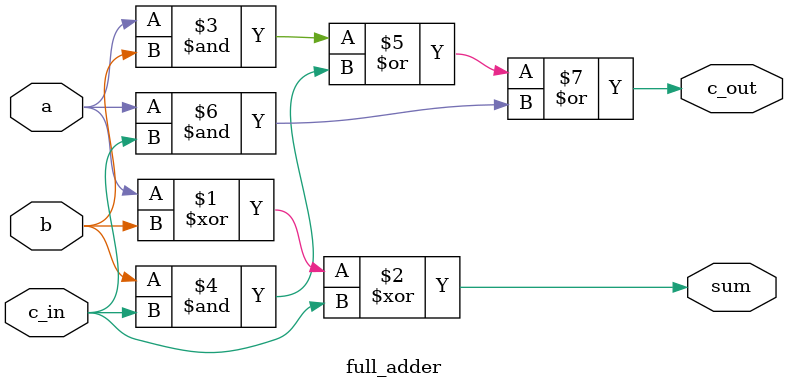
<source format=v>
module full_adder (
  // 1-bit input operand A
  input  wire a,
  // 1-bit input operand B
  input  wire b,
  // Carry-in input
  input  wire c_in,
  // 1-bit output sum
  output wire sum,
  // Carry-out output
  output wire c_out
);
  assign sum = a ^ b ^ c_in;
  assign c_out = (a & b) | (b & c_in) | (a & c_in);
endmodule

</source>
